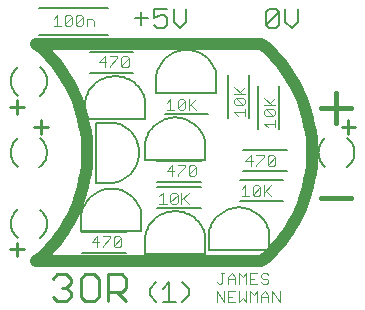
<source format=gto>
G04 Output by ViewMate Deluxe V11.0.9  PentaLogix LLC*
G04 Sun May 11 19:24:29 2014*
%FSLAX33Y33*%
%MOMM*%
%IPPOS*%
%ADD15C,0.0762*%
%ADD16C,0.127*%
%ADD105C,0.254*%
%ADD106C,0.4064*%
%ADD107C,0.1524*%
%ADD108C,0.1016*%
%ADD109C,1.016*%

%LPD*%
X0Y0D2*D15*G1X13462Y6982D2*X13462Y7137D1*X12835Y7137*X12527Y6668D2*X11900Y6668D1*X12370Y7137*X12370Y6198*X12835Y6198D2*X12835Y6355D1*X13462Y6982*X13772Y6355D2*X13772Y6982D1*X13927Y7137*X14399Y6982D2*X14399Y6355D1*X14242Y6198*X13927Y6198*X13772Y6355*X14399Y6982*X14242Y7137*X13927Y7137*X14097Y22222D2*X14097Y22377D1*X13470Y22377*X13162Y21908D2*X12535Y21908D1*X13005Y22377*X13005Y21438*X13470Y21438D2*X13470Y21595D1*X14097Y22222*X14407Y21595D2*X14407Y22222D1*X14562Y22377*X14877Y22377*X15034Y22222*X15034Y21595D2*X15034Y22222D1*X14407Y21595*X14562Y21438*X14877Y21438*X15034Y21595*X18263Y18445D2*X18575Y18758D1*X18575Y17818*X18890Y17818D2*X18263Y17818D1*X19197Y17976D2*X19197Y18603D1*X19355Y18758*X19667Y18758*X19825Y18603*X19825Y17976*X19667Y17818*X19355Y17818*X19197Y17976*X19825Y18603*X20135Y17818D2*X20135Y18758D1*X20290Y18288D2*X20762Y17818D1*X20762Y18758D2*X20135Y18131D1*X24448Y19337D2*X24917Y19809D1*X24605Y19182D2*X23978Y19809D1*X24290Y17310D2*X23978Y17623D1*X24917Y17623*X24917Y17937D2*X24917Y17310D1*X24760Y18245D2*X24133Y18245D1*X23978Y18402*X23978Y18715*X24133Y18872*X24917Y19182D2*X23978Y19182D1*X24917Y18715D2*X24760Y18872D1*X24133Y18872*X24760Y18245*X24917Y18402*X24917Y18715*X26988Y18385D2*X27457Y18857D1*X27145Y18230D2*X26518Y18857D1*X26518Y18230D2*X27457Y18230D1*X26673Y17920D2*X26518Y17762D1*X26518Y17450*X26673Y17292*X27300Y17292*X27457Y17450*X27457Y17762*X27300Y17920*X26673Y17920*X27300Y17292*X27457Y16358D2*X27457Y16985D1*X27457Y16670D2*X26518Y16670D1*X26830Y16358*X26492Y13840D2*X26492Y13995D1*X25865Y13995*X25557Y13526D2*X24930Y13526D1*X25400Y13995*X25400Y13056*X25865Y13056D2*X25865Y13213D1*X26492Y13840*X27429Y13840D2*X27272Y13995D1*X26957Y13995*X26802Y13840*X26802Y13213*X26957Y13056D2*X27272Y13056D1*X27429Y13213*X27429Y13840*X26802Y13213*X26957Y13056*X26640Y10986D2*X27112Y10516D1*X26485Y10828D2*X27112Y11455D1*X26485Y11455D2*X26485Y10516D1*X26175Y11300D2*X26017Y11455D1*X25705Y11455*X25547Y11300*X25547Y10673*X25705Y10516*X26017Y10516*X26175Y10673*X26175Y11300*X25547Y10673*X24613Y10516D2*X25240Y10516D1*X24925Y10516D2*X24925Y11455D1*X24613Y11143*X20749Y13015D2*X20592Y13170D1*X20277Y13170*X20122Y13015*X20122Y12388D2*X20277Y12230D1*X20592Y12230*X20749Y12388*X20749Y13015*X20122Y12388*X20122Y13015*X19185Y13170D2*X19812Y13170D1*X19812Y13015*X19185Y12388*X19185Y12230*X18877Y12700D2*X18250Y12700D1*X18720Y13170*X18720Y12230*X17628Y10508D2*X17940Y10820D1*X17940Y9881*X18255Y9881D2*X17628Y9881D1*X19190Y10665D2*X19032Y10820D1*X18720Y10820*X18562Y10665*X18562Y10038*X19190Y10038D2*X19190Y10665D1*X18562Y10038*X18720Y9881*X19032Y9881*X19190Y10038*X19500Y10820D2*X19500Y9881D1*X19500Y10193D2*X20127Y10820D1*X20127Y9881D2*X19655Y10350D1*D16*X17399Y20828D2*X17435Y20983D1*X17480Y21133*X17534Y21283*X17597Y21427*X17668Y21567*X17750Y21704*X17838Y21836*X17935Y21961*X18037Y22080*X18148Y22192*X18265Y22299*X18390Y22398*X18519Y22487*X18654Y22570*X18793Y22644*X18938Y22710*X19086Y22766*X19235Y22814*X19390Y22852*X19545Y22880*X19703Y22901*X19860Y22911*X20018Y22911*X20175Y22901*X20333Y22880*X20488Y22852*X20643Y22814*X20792Y22766*X20940Y22710*X21085Y22644*X21224Y22570*X21359Y22487*X21488Y22398*X21613Y22299*X21730Y22192*X21841Y22080*X21943Y21961*X22040Y21836*X22128Y21704*X22210Y21567*X22281Y21427*X22344Y21283*X22398Y21133*X22443Y20983*X22479Y20828*X22479Y19304*X17399Y19304*X17399Y20828*X16446Y7176D2*X16482Y7330D1*X16528Y7480*X16581Y7630*X16645Y7775*X16716Y7915*X16797Y8052*X16886Y8184*X16982Y8308*X17084Y8428*X17196Y8539*X17313Y8646*X17437Y8745*X17567Y8834*X17701Y8918*X17841Y8992*X17986Y9058*X18133Y9114*X18283Y9162*X18438Y9200*X18593Y9228*X18750Y9248*X18908Y9258*X19065Y9258*X19223Y9248*X19380Y9228*X19535Y9200*X19690Y9162*X19840Y9114*X19987Y9058*X20132Y8992*X20272Y8918*X20406Y8834*X20536Y8745*X20660Y8646*X20777Y8539*X20889Y8428*X20991Y8308*X21087Y8184*X21176Y8052*X21257Y7915*X21328Y7775*X21392Y7630*X21445Y7480*X21491Y7330*X21526Y7176*X21844Y7493D2*X21880Y7648D1*X21925Y7798*X21979Y7948*X22042Y8092*X22113Y8232*X22195Y8369*X22283Y8501*X22380Y8626*X22482Y8745*X22593Y8857*X22710Y8964*X22835Y9063*X22964Y9152*X23099Y9235*X23238Y9309*X23383Y9375*X23531Y9431*X23680Y9479*X23835Y9517*X23990Y9545*X24148Y9566*X24305Y9576*X24463Y9576*X24620Y9566*X24778Y9545*X24933Y9517*X25088Y9479*X25237Y9431*X25385Y9375*X25530Y9309*X25669Y9235*X25804Y9152*X25933Y9063*X26058Y8964*X26175Y8857*X26286Y8745*X26388Y8626*X26485Y8501*X26573Y8369*X26655Y8232*X26726Y8092*X26789Y7948*X26843Y7798*X26888Y7648*X26924Y7493*X26924Y5969*X21844Y5969*X21844Y7493*X21526Y7176D2*X21526Y5652D1*X16446Y5652*X16446Y7176*X13843Y11684D2*X13998Y11720D1*X14148Y11765*X14298Y11819*X14442Y11882*X14582Y11953*X14719Y12035*X14851Y12123*X14976Y12220*X15095Y12322*X15207Y12433*X15314Y12550*X15413Y12675*X15502Y12804*X15585Y12939*X15659Y13078*X15725Y13223*X15781Y13371*X15829Y13520*X15867Y13675*X15895Y13830*X15916Y13988*X15926Y14145*X15926Y14303*X15916Y14460*X15895Y14618*X15867Y14773*X15829Y14928*X15781Y15077*X15725Y15225*X15659Y15370*X15585Y15509*X15502Y15644*X15413Y15773*X15314Y15898*X15207Y16015*X15095Y16126*X14976Y16228*X14851Y16325*X14719Y16413*X14582Y16495*X14442Y16566*X14298Y16629*X14148Y16683*X13998Y16728*X13843Y16764*X16446Y15113D2*X16482Y15268D1*X16528Y15418*X16581Y15568*X16645Y15712*X16716Y15852*X16797Y15989*X16886Y16121*X16982Y16246*X17084Y16365*X17196Y16477*X17313Y16584*X17437Y16683*X17567Y16772*X17701Y16855*X17841Y16929*X17986Y16995*X18133Y17051*X18283Y17099*X18438Y17137*X18593Y17165*X18750Y17186*X18908Y17196*X19065Y17196*X19223Y17186*X19380Y17165*X19535Y17137*X19690Y17099*X19840Y17051*X19987Y16995*X20132Y16929*X20272Y16855*X20406Y16772*X20536Y16683*X20660Y16584*X20777Y16477*X20889Y16365*X20991Y16246*X21087Y16121*X21176Y15989*X21257Y15852*X21328Y15712*X21392Y15568*X21445Y15418*X21491Y15268*X21526Y15113*X21526Y13589*X16446Y13589*X16446Y15113*X11366Y18606D2*X11366Y17082D1*X16446Y17082*X16446Y18606*X16411Y18760*X16365Y18910*X16312Y19060*X16248Y19205*X16177Y19345*X16096Y19482*X16007Y19614*X15911Y19738*X15809Y19858*X15697Y19969*X15580Y20076*X15456Y20175*X15326Y20264*X15192Y20348*X15052Y20422*X14907Y20488*X14760Y20544*X14610Y20592*X14455Y20630*X14300Y20658*X14143Y20678*X13985Y20688*X13828Y20688*X13670Y20678*X13513Y20658*X13358Y20630*X13203Y20592*X13053Y20544*X12906Y20488*X12761Y20422*X12621Y20348*X12487Y20264*X12357Y20175*X12233Y20076*X12116Y19969*X12004Y19858*X11902Y19738*X11806Y19614*X11717Y19482*X11636Y19345*X11565Y19205*X11501Y19060*X11448Y18910*X11402Y18760*X11366Y18606*X13843Y16764D2*X12319Y16764D1*X12319Y11684*X13843Y11684*X11049Y9080D2*X11049Y7556D1*X16129Y7556*X16129Y9080*X16093Y9235*X16048Y9385*X15994Y9535*X15931Y9680*X15860Y9820*X15778Y9957*X15690Y10089*X15593Y10213*X15491Y10333*X15380Y10444*X15263Y10551*X15138Y10650*X15009Y10739*X14874Y10823*X14735Y10897*X14590Y10963*X14442Y11019*X14293Y11067*X14138Y11105*X13983Y11133*X13825Y11153*X13668Y11163*X13510Y11163*X13353Y11153*X13195Y11133*X13040Y11105*X12885Y11067*X12736Y11019*X12588Y10963*X12443Y10897*X12304Y10823*X12169Y10739*X12040Y10650*X11915Y10551*X11798Y10444*X11687Y10333*X11585Y10213*X11488Y10089*X11400Y9957*X11318Y9820*X11247Y9680*X11184Y9535*X11130Y9385*X11085Y9235*X11049Y9080*D105*X33655Y15812D2*X33655Y16954D1*X33084Y16383D2*X34226Y16383D1*X5588Y18669D2*X5588Y17526D1*X6160Y18098D2*X5016Y18098D1*X7048Y16383D2*X8192Y16383D1*X7620Y15812D2*X7620Y16954D1*X13315Y1651D2*X13315Y3940D1*X14077Y2413D2*X14839Y1651D1*X13315Y2413D2*X14458Y2413D1*X14839Y2794*X14839Y3559*X14458Y3940*X13315Y3940*X10975Y3559D2*X11356Y3940D1*X12118Y3940*X12499Y3559*X12499Y2032*X12118Y1651*X11356Y1651*X10975Y2032*X10975Y3559*X9398Y2794D2*X9779Y2794D1*X8636Y2032D2*X9017Y1651D1*X9779Y1651*X10163Y2032*X10163Y2413*X9779Y2794*X10163Y3178*X10163Y3559*X9779Y3940*X9017Y3940*X8636Y3559*X6160Y6032D2*X5016Y6032D1*X5588Y5461D2*X5588Y6604D1*D106*X33909Y10414D2*X31369Y10414D1*X31369Y18034D2*X33909Y18034D1*X32639Y16764D2*X32639Y19304D1*D107*X27767Y26134D2*X27496Y26406D1*X26954Y26406*X26683Y26134*X26683Y25049*X27767Y25049D2*X27767Y26134D1*X26683Y25049*X26954Y24778*X27496Y24778*X27767Y25049*X28862Y24778D2*X28321Y25321D1*X28321Y26406*X29406Y26406D2*X29406Y25321D1*X28862Y24778*X31115Y14224D2*X31120Y14110D1*X31133Y13993*X31153Y13881*X31184Y13769*X31224Y13660*X31270Y13553*X31326Y13452*X31387Y13355*X31455Y13264*X31532Y13175*X31615Y13096*X31704Y13020*X34163Y14224D2*X34158Y14105D1*X34143Y13983*X34120Y13866*X34087Y13749*X34046Y13637*X33993Y13526*X33934Y13421*X33868Y13322*X33792Y13228*X33708Y13139*X33619Y13058*X33525Y12984*X31115Y14224D2*X31120Y14338D1*X31133Y14455*X31153Y14567*X31184Y14679*X31224Y14788*X31270Y14895*X31326Y14996*X31387Y15093*X31455Y15184*X31532Y15273*X31615Y15352*X31704Y15428*X34163Y14224D2*X34158Y14341D1*X34145Y14458*X34122Y14575*X34092Y14689*X34051Y14798*X34003Y14905*X33945Y15009*X33881Y15108*X33810Y15199*X33731Y15288*X33645Y15370*X33553Y15443*X17462Y13526D2*X21146Y13526D1*X21146Y11748D2*X17462Y11748D1*X17462Y11303D2*X21146Y11303D1*X21146Y9525D2*X17462Y9525D1*X19568Y1600D2*X20112Y2144D1*X20112Y2685*X19568Y3228*X17384Y3228D2*X16840Y2685D1*X17932Y2685D2*X18473Y3228D1*X18473Y1600*X17932Y1600D2*X19017Y1600D1*X17384Y1600D2*X16840Y2144D1*X16840Y2685*X14796Y5715D2*X11112Y5715D1*X11112Y7493D2*X14796Y7493D1*X7539Y9395D2*X7628Y9319D1*X7711Y9241*X7788Y9152*X7856Y9060*X7917Y8964*X7973Y8862*X8019Y8755*X8059Y8646*X8090Y8534*X8110Y8423*X8123Y8306*X8128Y8192*X5690Y6972D2*X5598Y7046D1*X5512Y7127*X5433Y7216*X5362Y7308*X5298Y7407*X5240Y7511*X5192Y7617*X5151Y7727*X5121Y7841*X5098Y7958*X5085Y8075*X5080Y8192*X5718Y9431D2*X5624Y9357D1*X5535Y9276*X5451Y9187*X5375Y9093*X5309Y8994*X5250Y8890*X5197Y8778*X5156Y8666*X5123Y8550*X5100Y8433*X5085Y8311*X5080Y8192*X7539Y6988D2*X7628Y7064D1*X7711Y7142*X7788Y7231*X7856Y7323*X7917Y7419*X7973Y7521*X8019Y7628*X8059Y7737*X8090Y7849*X8110Y7960*X8123Y8077*X8128Y8192*X7518Y15443D2*X7610Y15370D1*X7696Y15288*X7775Y15199*X7846Y15108*X7910Y15009*X7968Y14905*X8016Y14798*X8057Y14689*X8087Y14575*X8110Y14458*X8123Y14341*X8128Y14224*X5669Y13020D2*X5580Y13096D1*X5497Y13175*X5420Y13264*X5352Y13355*X5291Y13452*X5235Y13553*X5189Y13660*X5149Y13769*X5118Y13881*X5098Y13993*X5085Y14110*X5080Y14224*X5669Y15428D2*X5580Y15352D1*X5497Y15273*X5420Y15184*X5352Y15093*X5291Y14996*X5235Y14895*X5189Y14788*X5149Y14679*X5118Y14567*X5098Y14455*X5085Y14338*X5080Y14224*X7490Y12984D2*X7584Y13058D1*X7673Y13139*X7757Y13228*X7833Y13322*X7899Y13421*X7958Y13526*X8011Y13637*X8052Y13749*X8085Y13866*X8108Y13983*X8123Y14105*X8128Y14224*X7539Y21460D2*X7628Y21384D1*X7711Y21306*X7788Y21217*X7856Y21125*X7917Y21029*X7973Y20927*X8019Y20820*X8059Y20711*X8090Y20599*X8110Y20488*X8123Y20371*X8128Y20256*X5690Y19037D2*X5598Y19111D1*X5512Y19192*X5433Y19281*X5362Y19373*X5298Y19472*X5240Y19576*X5192Y19682*X5151Y19792*X5121Y19906*X5098Y20023*X5085Y20140*X5080Y20256*X5718Y21496D2*X5624Y21422D1*X5535Y21341*X5451Y21252*X5375Y21158*X5309Y21059*X5250Y20955*X5197Y20843*X5156Y20731*X5123Y20615*X5100Y20498*X5085Y20376*X5080Y20256*X7539Y19053D2*X7628Y19129D1*X7711Y19207*X7788Y19296*X7856Y19388*X7917Y19484*X7973Y19586*X8019Y19693*X8059Y19802*X8090Y19914*X8110Y20025*X8123Y20142*X8128Y20256*X16114Y26134D2*X16114Y25049D1*X19929Y26406D2*X19929Y25321D1*X19388Y24778*X18844Y25321*X18844Y26406*X18293Y26406D2*X17208Y26406D1*X17208Y25590*X17208Y25049D2*X17478Y24778D1*X18021Y24778*X18293Y25049*X18293Y25590*X18021Y25862*X17750Y25862*X17208Y25590*X15570Y25590D2*X16655Y25590D1*X7493Y26480D2*X13335Y26480D1*X13335Y24194D2*X7493Y24194D1*X11748Y22733D2*X15430Y22733D1*X15430Y20955D2*X11748Y20955D1*X18098Y19240D2*X21780Y19240D1*X21780Y17462D2*X18098Y17462D1*X23495Y20828D2*X23495Y17145D1*X25273Y17145D2*X25273Y20828D1*X26035Y19876D2*X26035Y16192D1*X27813Y16192D2*X27813Y19876D1*X24765Y14478D2*X28448Y14478D1*X28448Y12700D2*X24765Y12700D1*X24448Y11938D2*X28130Y11938D1*X28130Y10160D2*X24448Y10160D1*D108*X25336Y3556D2*X25641Y3556D1*X22530Y1575D2*X22530Y2489D1*X24402Y2489D2*X24402Y1575D1*X23465Y2032D2*X23769Y2032D1*X24077Y2489D2*X23465Y2489D1*X23465Y3556D2*X24077Y3556D1*X23465Y3099D2*X23465Y3708D1*X23769Y4013*X24077Y3708*X24077Y3099*X24402Y3099D2*X24402Y4013D1*X24707Y3708*X25011Y4013*X25011Y3099*X25336Y3099D2*X25336Y4013D1*X25946Y4013*X26881Y3861D2*X26728Y4013D1*X26424Y4013*X26271Y3861*X26271Y3708*X26424Y3556*X26728Y3556*X26881Y3404*X26881Y3251*X26728Y3099*X26424Y3099*X26271Y3251*X25336Y3099D2*X25946Y3099D1*X25336Y1575D2*X25336Y2489D1*X26881Y2032D2*X26271Y2032D1*X27818Y2489D2*X27818Y1575D1*X27208Y2489*X27208Y1575*X26881Y1575D2*X26881Y2184D1*X26576Y2489*X26271Y2184*X26271Y1575*X25946Y1575D2*X25946Y2489D1*X25641Y2184*X25336Y2489*X25011Y2489D2*X25011Y1575D1*X24707Y1880*X24402Y1575*X24077Y1575D2*X23465Y1575D1*X23465Y2489*X23139Y2489D2*X23139Y1575D1*X22530Y2489*X22530Y3251D2*X22682Y3099D1*X22835Y3099*X22987Y3251*X22987Y4013*X22835Y4013D2*X23139Y4013D1*X8687Y25552D2*X8992Y25857D1*X8992Y24943*X9296Y24943D2*X8687Y24943D1*X9622Y25095D2*X9622Y25705D1*X9774Y25857*X10079Y25857*X10234Y25705*X9622Y25095*X9774Y24943*X10079Y24943*X10234Y25095*X10234Y25705*X11168Y25705D2*X11016Y25857D1*X10711Y25857*X10559Y25705*X10559Y25095*X11168Y25095D2*X11168Y25705D1*X10559Y25095*X10711Y24943*X11016Y24943*X11168Y25095*X11494Y24943D2*X11494Y25552D1*X11951Y25552*X12103Y25400*X12103Y24943*D109*X26289Y5016D2*X26726Y5403D1*X27142Y5809*X27541Y6233*X27917Y6678*X28273Y7140*X28605Y7620*X28913Y8113*X29197Y8623*X29456Y9144*X29690Y9677*X29896Y10224*X30076Y10777*X30231Y11339*X30356Y11908*X30455Y12482*X30526Y13061*X30566Y13642*X30582Y14224*X30566Y14806*X30526Y15387*X30455Y15966*X30356Y16540*X30231Y17109*X30076Y17671*X29896Y18224*X29690Y18771*X29456Y19304*X29197Y19825*X28913Y20335*X28605Y20828*X28273Y21308*X27917Y21770*X27541Y22215*X27142Y22639*X26726Y23045*X26289Y23432*X7239Y23432*X7676Y23045*X8092Y22639*X8491Y22215*X8867Y21770*X9223Y21308*X9555Y20828*X9863Y20335*X10147Y19825*X10406Y19304*X10640Y18771*X10846Y18224*X11026Y17671*X11181Y17109*X11306Y16540*X11405Y15966*X11476Y15387*X11516Y14806*X11532Y14224*X11516Y13642*X11476Y13061*X11405Y12482*X11306Y11908*X11181Y11339*X11026Y10777*X10846Y10224*X10640Y9677*X10406Y9144*X10147Y8623*X9863Y8113*X9555Y7620*X9223Y7140*X8867Y6678*X8491Y6233*X8092Y5809*X7676Y5403*X7239Y5016*X26289Y5016*X0Y0D2*M02*
</source>
